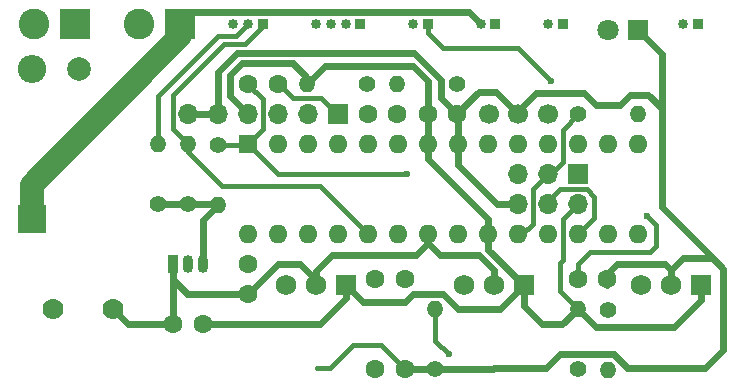
<source format=gtl>
G04 #@! TF.FileFunction,Copper,L1,Top,Signal*
%FSLAX46Y46*%
G04 Gerber Fmt 4.6, Leading zero omitted, Abs format (unit mm)*
G04 Created by KiCad (PCBNEW 4.0.7) date 07/04/19 20:50:11*
%MOMM*%
%LPD*%
G01*
G04 APERTURE LIST*
%ADD10C,0.100000*%
%ADD11R,1.800000X1.800000*%
%ADD12C,1.800000*%
%ADD13C,1.750000*%
%ADD14R,1.750000X1.750000*%
%ADD15C,2.000000*%
%ADD16R,1.700000X1.700000*%
%ADD17O,1.700000X1.700000*%
%ADD18R,1.600000X1.600000*%
%ADD19O,1.600000X1.600000*%
%ADD20R,2.600000X2.600000*%
%ADD21C,2.600000*%
%ADD22C,1.700000*%
%ADD23R,2.400000X2.400000*%
%ADD24O,2.400000X2.400000*%
%ADD25C,1.778000*%
%ADD26C,1.400000*%
%ADD27O,1.400000X1.400000*%
%ADD28C,1.600000*%
%ADD29O,0.900000X1.500000*%
%ADD30R,0.900000X1.500000*%
%ADD31R,0.850000X0.850000*%
%ADD32C,0.850000*%
%ADD33C,0.600000*%
%ADD34C,0.406400*%
%ADD35C,0.609600*%
%ADD36C,0.304800*%
%ADD37C,2.032000*%
G04 APERTURE END LIST*
D10*
D11*
X90678000Y-88773000D03*
D12*
X88138000Y-88773000D03*
D13*
X90918000Y-110365000D03*
X93458000Y-110365000D03*
D14*
X95998000Y-110365000D03*
D15*
X49128000Y-92075000D03*
X43328000Y-92075000D03*
D16*
X65278000Y-95885000D03*
D17*
X62738000Y-95885000D03*
X60198000Y-95885000D03*
X57658000Y-95885000D03*
X55118000Y-95885000D03*
X52578000Y-95885000D03*
D18*
X57658000Y-98425000D03*
D19*
X90678000Y-106045000D03*
X60198000Y-98425000D03*
X88138000Y-106045000D03*
X62738000Y-98425000D03*
X85598000Y-106045000D03*
X65278000Y-98425000D03*
X83058000Y-106045000D03*
X67818000Y-98425000D03*
X80518000Y-106045000D03*
X70358000Y-98425000D03*
X77978000Y-106045000D03*
X72898000Y-98425000D03*
X75438000Y-106045000D03*
X75438000Y-98425000D03*
X72898000Y-106045000D03*
X77978000Y-98425000D03*
X70358000Y-106045000D03*
X80518000Y-98425000D03*
X67818000Y-106045000D03*
X83058000Y-98425000D03*
X65278000Y-106045000D03*
X85598000Y-98425000D03*
X62738000Y-106045000D03*
X88138000Y-98425000D03*
X60198000Y-106045000D03*
X90678000Y-98425000D03*
X57658000Y-106045000D03*
D20*
X51943000Y-88265000D03*
D21*
X48443000Y-88265000D03*
D20*
X43053000Y-88265000D03*
D21*
X39553000Y-88265000D03*
D22*
X83058000Y-95885000D03*
X80558000Y-95885000D03*
X78058000Y-95885000D03*
D23*
X39370000Y-104775000D03*
D24*
X39370000Y-92075000D03*
D25*
X46228000Y-112395000D03*
X41148000Y-112395000D03*
D26*
X67778000Y-93345000D03*
D27*
X62698000Y-93345000D03*
D26*
X75398000Y-93345000D03*
D27*
X70318000Y-93345000D03*
D28*
X57658000Y-108585000D03*
X57658000Y-111085000D03*
X53848000Y-113665000D03*
X51348000Y-113665000D03*
X67818000Y-95885000D03*
X70318000Y-95885000D03*
D29*
X52578000Y-108585000D03*
X53848000Y-108585000D03*
D30*
X51308000Y-108585000D03*
D28*
X72898000Y-95885000D03*
X75398000Y-95885000D03*
X60198000Y-93345000D03*
X57698000Y-93345000D03*
D26*
X55118000Y-98465000D03*
D27*
X55118000Y-103545000D03*
D28*
X85598000Y-109855000D03*
X88098000Y-109855000D03*
D26*
X88138000Y-112435000D03*
D27*
X88138000Y-117515000D03*
D26*
X85598000Y-117435000D03*
D27*
X85598000Y-112355000D03*
D13*
X75918000Y-110365000D03*
X78458000Y-110365000D03*
D14*
X80998000Y-110365000D03*
D13*
X60918000Y-110365000D03*
X63458000Y-110365000D03*
D14*
X65998000Y-110365000D03*
D26*
X52578000Y-103465000D03*
D27*
X52578000Y-98385000D03*
D26*
X50038000Y-103465000D03*
D27*
X50038000Y-98385000D03*
D26*
X85638000Y-95885000D03*
D27*
X90718000Y-95885000D03*
D28*
X68453000Y-109855000D03*
X68453000Y-117475000D03*
X70993000Y-109855000D03*
X70993000Y-117475000D03*
D26*
X73533000Y-117435000D03*
D27*
X73533000Y-112355000D03*
D16*
X85598000Y-100965000D03*
D17*
X85598000Y-103505000D03*
X83058000Y-100965000D03*
X83058000Y-103505000D03*
X80518000Y-100965000D03*
X80518000Y-103505000D03*
D31*
X78613000Y-88265000D03*
D32*
X77363000Y-88265000D03*
D31*
X67183000Y-88265000D03*
D32*
X65933000Y-88265000D03*
X64683000Y-88265000D03*
X63433000Y-88265000D03*
D31*
X72898000Y-88265000D03*
D32*
X71648000Y-88265000D03*
D31*
X95758000Y-88265000D03*
D32*
X94508000Y-88265000D03*
D31*
X84328000Y-88265000D03*
D32*
X83078000Y-88265000D03*
D31*
X58928000Y-88265000D03*
D32*
X57678000Y-88265000D03*
X56428000Y-88265000D03*
D33*
X71120000Y-100965000D03*
X91440000Y-104521000D03*
X74676000Y-116205000D03*
X83312000Y-93091000D03*
D34*
X60198000Y-100965000D02*
X57658000Y-98425000D01*
X62738000Y-100965000D02*
X60198000Y-100965000D01*
X71120000Y-100965000D02*
X62738000Y-100965000D01*
X55118000Y-98465000D02*
X57618000Y-98465000D01*
X57618000Y-98465000D02*
X57658000Y-98425000D01*
X57698000Y-93345000D02*
X57698000Y-93385000D01*
X57698000Y-93385000D02*
X58928000Y-94615000D01*
X58928000Y-94615000D02*
X58928000Y-97155000D01*
X58928000Y-97155000D02*
X57658000Y-98425000D01*
D35*
X51348000Y-113665000D02*
X47498000Y-113665000D01*
X47498000Y-113665000D02*
X46228000Y-112395000D01*
X92710000Y-95377000D02*
X92710000Y-90805000D01*
X92710000Y-90805000D02*
X90678000Y-88773000D01*
X93472000Y-117347000D02*
X96394000Y-117347000D01*
X96394000Y-117347000D02*
X97917000Y-115824000D01*
X78486000Y-117347000D02*
X82932000Y-117347000D01*
X89788000Y-117347000D02*
X93472000Y-117347000D01*
X88646000Y-116205000D02*
X89788000Y-117347000D01*
X84074000Y-116205000D02*
X88646000Y-116205000D01*
X82932000Y-117347000D02*
X84074000Y-116205000D01*
X73533000Y-117435000D02*
X78398000Y-117435000D01*
X78398000Y-117435000D02*
X78486000Y-117347000D01*
D34*
X63500000Y-117347000D02*
X64644000Y-117347000D01*
X68961000Y-115443000D02*
X70993000Y-117475000D01*
X66548000Y-115443000D02*
X68961000Y-115443000D01*
X64644000Y-117347000D02*
X66548000Y-115443000D01*
D36*
X93458000Y-117333000D02*
X93472000Y-117347000D01*
D35*
X92710000Y-95377000D02*
X92710000Y-103759000D01*
X80558000Y-95591000D02*
X82042000Y-94107000D01*
X82042000Y-94107000D02*
X86106000Y-94107000D01*
X86106000Y-94107000D02*
X87122000Y-95123000D01*
X87122000Y-95123000D02*
X89154000Y-95123000D01*
X89154000Y-95123000D02*
X90043000Y-94234000D01*
X90043000Y-94234000D02*
X91567000Y-94234000D01*
X91567000Y-94234000D02*
X92710000Y-95377000D01*
X92710000Y-103759000D02*
X97028000Y-108077000D01*
X88098000Y-109855000D02*
X88098000Y-109387000D01*
X88098000Y-109387000D02*
X88900000Y-108585000D01*
X92964000Y-108585000D02*
X93472000Y-109093000D01*
X88900000Y-108585000D02*
X92964000Y-108585000D01*
X97917000Y-114427000D02*
X97917000Y-115824000D01*
X97917000Y-110998000D02*
X97917000Y-108966000D01*
X97917000Y-114427000D02*
X97917000Y-110998000D01*
X97917000Y-108966000D02*
X97028000Y-108077000D01*
X97028000Y-108077000D02*
X94488000Y-108077000D01*
X94488000Y-108077000D02*
X93472000Y-109093000D01*
X93472000Y-109093000D02*
X93458000Y-109107000D01*
X93458000Y-110365000D02*
X93458000Y-109107000D01*
X57658000Y-111085000D02*
X57698000Y-111085000D01*
X57698000Y-111085000D02*
X60198000Y-108585000D01*
X62103000Y-108585000D02*
X63458000Y-109940000D01*
X60198000Y-108585000D02*
X62103000Y-108585000D01*
X63458000Y-109940000D02*
X63458000Y-110365000D01*
X88098000Y-109855000D02*
X88098000Y-110323000D01*
X72898000Y-106045000D02*
X72898000Y-106807000D01*
X72898000Y-106807000D02*
X73914000Y-107823000D01*
X78458000Y-109065000D02*
X78458000Y-110365000D01*
X77216000Y-107823000D02*
X78458000Y-109065000D01*
X73914000Y-107823000D02*
X77216000Y-107823000D01*
X63458000Y-110365000D02*
X63458000Y-109135000D01*
X63458000Y-109135000D02*
X64770000Y-107823000D01*
X64770000Y-107823000D02*
X71882000Y-107823000D01*
X71882000Y-107823000D02*
X72898000Y-106807000D01*
X57658000Y-111085000D02*
X57658000Y-111125000D01*
X51308000Y-108585000D02*
X51308000Y-109855000D01*
X52538000Y-111085000D02*
X57658000Y-111085000D01*
X51308000Y-109855000D02*
X52538000Y-111085000D01*
X51308000Y-108585000D02*
X51308000Y-113625000D01*
X51308000Y-113625000D02*
X51348000Y-113665000D01*
X70993000Y-117475000D02*
X73493000Y-117475000D01*
X73493000Y-117475000D02*
X73533000Y-117435000D01*
X80558000Y-95885000D02*
X80558000Y-95591000D01*
X52578000Y-95885000D02*
X55118000Y-95885000D01*
X75438000Y-98425000D02*
X75438000Y-100203000D01*
X75438000Y-100203000D02*
X78740000Y-103505000D01*
X78740000Y-103505000D02*
X80518000Y-103505000D01*
X55118000Y-95885000D02*
X55118000Y-92329000D01*
X55118000Y-92329000D02*
X56769000Y-90678000D01*
X56769000Y-90678000D02*
X71755000Y-90678000D01*
X71755000Y-90678000D02*
X74041000Y-92964000D01*
X74041000Y-92964000D02*
X74041000Y-94528000D01*
X74041000Y-94528000D02*
X75398000Y-95885000D01*
X73533000Y-117435000D02*
X73747000Y-117435000D01*
X75398000Y-95885000D02*
X75398000Y-95798000D01*
X75398000Y-95798000D02*
X77216000Y-93980000D01*
X78653000Y-93980000D02*
X80558000Y-95885000D01*
X77216000Y-93980000D02*
X78653000Y-93980000D01*
X75438000Y-98425000D02*
X75438000Y-95925000D01*
X75438000Y-95925000D02*
X75398000Y-95885000D01*
D34*
X85598000Y-109855000D02*
X85598000Y-108585000D01*
X92202000Y-105283000D02*
X91440000Y-104521000D01*
X92202000Y-107061000D02*
X92202000Y-105283000D01*
X91694000Y-107569000D02*
X92202000Y-107061000D01*
X86614000Y-107569000D02*
X91694000Y-107569000D01*
X85598000Y-108585000D02*
X86614000Y-107569000D01*
X52578000Y-98385000D02*
X52578000Y-99060000D01*
X52578000Y-99060000D02*
X55499000Y-101981000D01*
X63754000Y-101981000D02*
X67818000Y-106045000D01*
X55499000Y-101981000D02*
X63754000Y-101981000D01*
X58928000Y-88265000D02*
X58928000Y-88392000D01*
X58928000Y-88392000D02*
X57404000Y-89916000D01*
X57404000Y-89916000D02*
X55626000Y-89916000D01*
X55626000Y-89916000D02*
X51308000Y-94234000D01*
X51308000Y-94234000D02*
X51308000Y-97115000D01*
X51308000Y-97115000D02*
X52578000Y-98385000D01*
X74676000Y-116205000D02*
X73533000Y-115062000D01*
X73533000Y-112355000D02*
X73533000Y-115062000D01*
X83058000Y-100965000D02*
X83312000Y-100965000D01*
X83312000Y-100965000D02*
X84328000Y-99949000D01*
X84328000Y-97195000D02*
X85638000Y-95885000D01*
X84328000Y-99949000D02*
X84328000Y-97195000D01*
X80518000Y-106045000D02*
X80899000Y-106045000D01*
X80899000Y-106045000D02*
X81788000Y-105156000D01*
X81788000Y-105156000D02*
X81788000Y-102235000D01*
X81788000Y-102235000D02*
X83058000Y-100965000D01*
X60918000Y-110365000D02*
X60918000Y-110575000D01*
D35*
X53848000Y-113665000D02*
X63754000Y-113665000D01*
X65998000Y-111421000D02*
X65998000Y-110365000D01*
X63754000Y-113665000D02*
X65998000Y-111421000D01*
X85598000Y-112355000D02*
X85598000Y-112395000D01*
X85598000Y-112395000D02*
X87122000Y-113919000D01*
X95998000Y-111647000D02*
X95998000Y-110365000D01*
X93726000Y-113919000D02*
X95998000Y-111647000D01*
X87122000Y-113919000D02*
X93726000Y-113919000D01*
X75438000Y-112395000D02*
X78968000Y-112395000D01*
X78968000Y-112395000D02*
X79502000Y-111861000D01*
X79502000Y-111861000D02*
X80998000Y-110365000D01*
X65998000Y-110365000D02*
X67393000Y-111760000D01*
X70993000Y-111760000D02*
X67393000Y-111760000D01*
X71628000Y-111125000D02*
X70993000Y-111760000D01*
X74168000Y-111125000D02*
X71628000Y-111125000D01*
X75438000Y-112395000D02*
X74168000Y-111125000D01*
D36*
X95998000Y-110365000D02*
X95998000Y-110631000D01*
D35*
X85598000Y-112355000D02*
X85598000Y-112649000D01*
X80998000Y-111633000D02*
X80998000Y-112113000D01*
X84288000Y-113665000D02*
X85598000Y-112355000D01*
X82550000Y-113665000D02*
X84288000Y-113665000D01*
X80998000Y-112113000D02*
X82550000Y-113665000D01*
X80998000Y-111633000D02*
X80998000Y-110365000D01*
X77978000Y-106045000D02*
X77978000Y-107345000D01*
X77978000Y-107345000D02*
X80998000Y-110365000D01*
X53848000Y-108585000D02*
X53848000Y-104815000D01*
X53848000Y-104815000D02*
X55118000Y-103545000D01*
D34*
X84328000Y-104775000D02*
X84328000Y-108204000D01*
X85598000Y-103505000D02*
X84328000Y-104775000D01*
X84074000Y-110831000D02*
X85598000Y-112355000D01*
X84074000Y-108458000D02*
X84074000Y-110831000D01*
X84328000Y-108204000D02*
X84074000Y-108458000D01*
D35*
X52578000Y-103465000D02*
X55038000Y-103465000D01*
X55038000Y-103465000D02*
X55118000Y-103545000D01*
X62698000Y-93345000D02*
X62698000Y-92797000D01*
X62698000Y-92797000D02*
X61468000Y-91567000D01*
X56134000Y-94361000D02*
X57658000Y-95885000D01*
X56134000Y-92583000D02*
X56134000Y-94361000D01*
X57150000Y-91567000D02*
X56134000Y-92583000D01*
X61468000Y-91567000D02*
X57150000Y-91567000D01*
X72898000Y-95885000D02*
X72898000Y-93091000D01*
X64222000Y-91821000D02*
X62698000Y-93345000D01*
X71628000Y-91821000D02*
X64222000Y-91821000D01*
X72898000Y-93091000D02*
X71628000Y-91821000D01*
X72898000Y-98425000D02*
X72898000Y-99695000D01*
X77978000Y-104775000D02*
X77978000Y-106045000D01*
X72898000Y-99695000D02*
X77978000Y-104775000D01*
X72898000Y-95885000D02*
X72898000Y-98425000D01*
X50038000Y-103465000D02*
X52578000Y-103465000D01*
D34*
X75918000Y-110365000D02*
X75918000Y-110589000D01*
X83058000Y-103505000D02*
X83058000Y-103251000D01*
X83058000Y-103251000D02*
X84074000Y-102235000D01*
X84074000Y-102235000D02*
X86360000Y-102235000D01*
X86360000Y-102235000D02*
X86995000Y-102870000D01*
X86995000Y-102870000D02*
X86995000Y-104648000D01*
X86995000Y-104648000D02*
X85598000Y-106045000D01*
D36*
X90918000Y-110365000D02*
X90918000Y-110603000D01*
D34*
X60198000Y-93345000D02*
X60325000Y-93345000D01*
X60325000Y-93345000D02*
X61468000Y-94488000D01*
X61468000Y-94488000D02*
X63881000Y-94488000D01*
X63881000Y-94488000D02*
X65278000Y-95885000D01*
X72898000Y-89027000D02*
X72898000Y-88265000D01*
X74168000Y-90297000D02*
X72898000Y-89027000D01*
X80518000Y-90297000D02*
X74168000Y-90297000D01*
X83312000Y-93091000D02*
X80518000Y-90297000D01*
X50038000Y-98385000D02*
X50038000Y-94361000D01*
X56662000Y-89281000D02*
X57678000Y-88265000D01*
X55118000Y-89281000D02*
X56662000Y-89281000D01*
X50038000Y-94361000D02*
X55118000Y-89281000D01*
D35*
X52959000Y-87249000D02*
X55880000Y-87249000D01*
X55880000Y-87249000D02*
X70612000Y-87249000D01*
X52959000Y-87249000D02*
X51943000Y-88265000D01*
D37*
X51943000Y-88265000D02*
X51943000Y-89260000D01*
X51943000Y-89260000D02*
X49128000Y-92075000D01*
D35*
X70612000Y-87249000D02*
X76347000Y-87249000D01*
X76347000Y-87249000D02*
X77363000Y-88265000D01*
X70612000Y-87249000D02*
X70632000Y-87249000D01*
D34*
X68453000Y-117475000D02*
X68326000Y-117475000D01*
D37*
X39370000Y-104775000D02*
X39370000Y-101833000D01*
X39370000Y-101833000D02*
X49128000Y-92075000D01*
M02*

</source>
